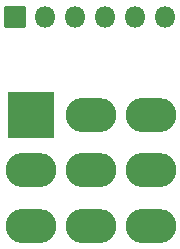
<source format=gbr>
%TF.GenerationSoftware,KiCad,Pcbnew,(6.0.9-0)*%
%TF.CreationDate,2024-05-22T19:22:00+02:00*%
%TF.ProjectId,npnium-switch,6e706e69-756d-42d7-9377-697463682e6b,rev?*%
%TF.SameCoordinates,Original*%
%TF.FileFunction,Soldermask,Bot*%
%TF.FilePolarity,Negative*%
%FSLAX46Y46*%
G04 Gerber Fmt 4.6, Leading zero omitted, Abs format (unit mm)*
G04 Created by KiCad (PCBNEW (6.0.9-0)) date 2024-05-22 19:22:00*
%MOMM*%
%LPD*%
G01*
G04 APERTURE LIST*
G04 Aperture macros list*
%AMRoundRect*
0 Rectangle with rounded corners*
0 $1 Rounding radius*
0 $2 $3 $4 $5 $6 $7 $8 $9 X,Y pos of 4 corners*
0 Add a 4 corners polygon primitive as box body*
4,1,4,$2,$3,$4,$5,$6,$7,$8,$9,$2,$3,0*
0 Add four circle primitives for the rounded corners*
1,1,$1+$1,$2,$3*
1,1,$1+$1,$4,$5*
1,1,$1+$1,$6,$7*
1,1,$1+$1,$8,$9*
0 Add four rect primitives between the rounded corners*
20,1,$1+$1,$2,$3,$4,$5,0*
20,1,$1+$1,$4,$5,$6,$7,0*
20,1,$1+$1,$6,$7,$8,$9,0*
20,1,$1+$1,$8,$9,$2,$3,0*%
G04 Aperture macros list end*
%ADD10RoundRect,0.051000X0.850000X-0.850000X0.850000X0.850000X-0.850000X0.850000X-0.850000X-0.850000X0*%
%ADD11O,1.802000X1.802000*%
%ADD12RoundRect,0.051000X1.908000X1.908000X-1.908000X1.908000X-1.908000X-1.908000X1.908000X-1.908000X0*%
%ADD13O,4.302000X2.902000*%
G04 APERTURE END LIST*
D10*
%TO.C,J3*%
X93599000Y-132080000D03*
D11*
X96139000Y-132080000D03*
X98679000Y-132080000D03*
X101219000Y-132080000D03*
X103759000Y-132080000D03*
X106299000Y-132080000D03*
%TD*%
D12*
%TO.C,SW1*%
X94920000Y-140400000D03*
D13*
X94920000Y-145100000D03*
X94920000Y-149800000D03*
X100000000Y-140400000D03*
X100000000Y-145100000D03*
X100000000Y-149800000D03*
X105080000Y-140400000D03*
X105080000Y-145100000D03*
X105080000Y-149800000D03*
%TD*%
M02*

</source>
